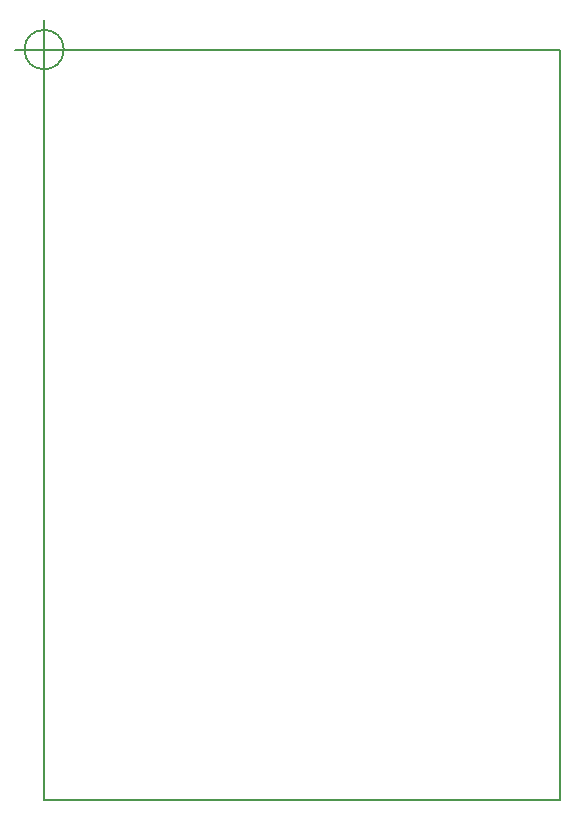
<source format=gm1>
G04 #@! TF.FileFunction,Profile,NP*
%FSLAX46Y46*%
G04 Gerber Fmt 4.6, Leading zero omitted, Abs format (unit mm)*
G04 Created by KiCad (PCBNEW 4.0.7-e2-6376~58~ubuntu16.04.1) date Sun Jan 24 13:39:57 2021*
%MOMM*%
%LPD*%
G01*
G04 APERTURE LIST*
%ADD10C,0.100000*%
%ADD11C,0.150000*%
G04 APERTURE END LIST*
D10*
D11*
X1666666Y0D02*
G75*
G03X1666666Y0I-1666666J0D01*
G01*
X-2500000Y0D02*
X2500000Y0D01*
X0Y2500000D02*
X0Y-2500000D01*
X43688000Y-63500000D02*
X43688000Y0D01*
X0Y-63500000D02*
X43688000Y-63500000D01*
X0Y-63500000D02*
X0Y0D01*
X0Y0D02*
X43688000Y0D01*
M02*

</source>
